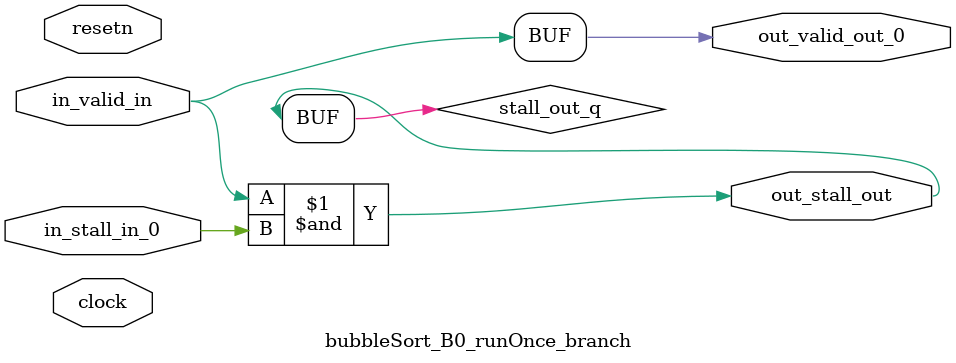
<source format=sv>



(* altera_attribute = "-name AUTO_SHIFT_REGISTER_RECOGNITION OFF; -name MESSAGE_DISABLE 10036; -name MESSAGE_DISABLE 10037; -name MESSAGE_DISABLE 14130; -name MESSAGE_DISABLE 14320; -name MESSAGE_DISABLE 15400; -name MESSAGE_DISABLE 14130; -name MESSAGE_DISABLE 10036; -name MESSAGE_DISABLE 12020; -name MESSAGE_DISABLE 12030; -name MESSAGE_DISABLE 12010; -name MESSAGE_DISABLE 12110; -name MESSAGE_DISABLE 14320; -name MESSAGE_DISABLE 13410; -name MESSAGE_DISABLE 113007; -name MESSAGE_DISABLE 10958" *)
module bubbleSort_B0_runOnce_branch (
    input wire [0:0] in_stall_in_0,
    input wire [0:0] in_valid_in,
    output wire [0:0] out_stall_out,
    output wire [0:0] out_valid_out_0,
    input wire clock,
    input wire resetn
    );

    wire [0:0] stall_out_q;


    // stall_out(LOGICAL,6)
    assign stall_out_q = in_valid_in & in_stall_in_0;

    // out_stall_out(GPOUT,4)
    assign out_stall_out = stall_out_q;

    // out_valid_out_0(GPOUT,5)
    assign out_valid_out_0 = in_valid_in;

endmodule

</source>
